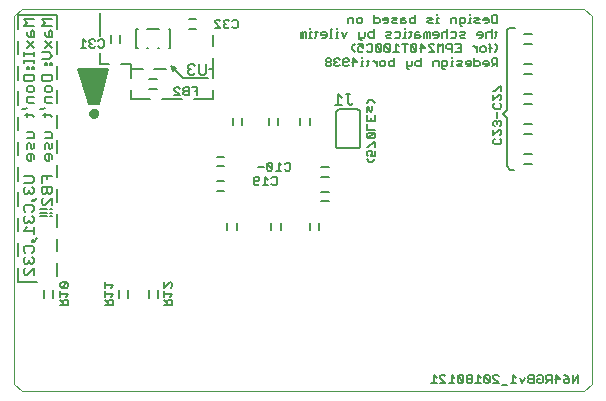
<source format=gbo>
G75*
%MOIN*%
%OFA0B0*%
%FSLAX25Y25*%
%IPPOS*%
%LPD*%
%AMOC8*
5,1,8,0,0,1.08239X$1,22.5*
%
%ADD10C,0.00000*%
%ADD11C,0.00500*%
%ADD12C,0.00600*%
%ADD13C,0.02000*%
D10*
X0007850Y0004100D02*
X0005350Y0006600D01*
X0005350Y0129100D01*
X0007850Y0131600D01*
X0195350Y0131600D01*
X0197850Y0129100D01*
X0197850Y0006600D01*
X0195350Y0004100D01*
X0007850Y0004100D01*
D11*
X0020600Y0032788D02*
X0023302Y0032788D01*
X0023302Y0034139D01*
X0022852Y0034589D01*
X0021951Y0034589D01*
X0021501Y0034139D01*
X0021501Y0032788D01*
X0021501Y0033688D02*
X0020600Y0034589D01*
X0020600Y0035734D02*
X0020600Y0037536D01*
X0020600Y0036635D02*
X0023302Y0036635D01*
X0022402Y0035734D01*
X0022852Y0038681D02*
X0021050Y0038681D01*
X0022852Y0040482D01*
X0021050Y0040482D01*
X0020600Y0040032D01*
X0020600Y0039131D01*
X0021050Y0038681D01*
X0022852Y0038681D02*
X0023302Y0039131D01*
X0023302Y0040032D01*
X0022852Y0040482D01*
X0035600Y0040482D02*
X0035600Y0038681D01*
X0035600Y0039581D02*
X0038302Y0039581D01*
X0037402Y0038681D01*
X0035600Y0037536D02*
X0035600Y0035734D01*
X0035600Y0036635D02*
X0038302Y0036635D01*
X0037402Y0035734D01*
X0037852Y0034589D02*
X0036951Y0034589D01*
X0036501Y0034139D01*
X0036501Y0032788D01*
X0036501Y0033688D02*
X0035600Y0034589D01*
X0037852Y0034589D02*
X0038302Y0034139D01*
X0038302Y0032788D01*
X0035600Y0032788D01*
X0055287Y0032788D02*
X0057990Y0032788D01*
X0057990Y0034139D01*
X0057539Y0034589D01*
X0056639Y0034589D01*
X0056188Y0034139D01*
X0056188Y0032788D01*
X0056188Y0033688D02*
X0055287Y0034589D01*
X0055287Y0035734D02*
X0055287Y0037536D01*
X0055287Y0036635D02*
X0057990Y0036635D01*
X0057089Y0035734D01*
X0057539Y0038681D02*
X0057990Y0039131D01*
X0057990Y0040032D01*
X0057539Y0040482D01*
X0057089Y0040482D01*
X0055287Y0038681D01*
X0055287Y0040482D01*
X0085579Y0072850D02*
X0085129Y0073300D01*
X0085129Y0075102D01*
X0085579Y0075552D01*
X0086480Y0075552D01*
X0086930Y0075102D01*
X0086930Y0074652D01*
X0086480Y0074201D01*
X0085129Y0074201D01*
X0085579Y0072850D02*
X0086480Y0072850D01*
X0086930Y0073300D01*
X0088075Y0072850D02*
X0089877Y0072850D01*
X0088976Y0072850D02*
X0088976Y0075552D01*
X0089877Y0074652D01*
X0091022Y0075102D02*
X0091472Y0075552D01*
X0092373Y0075552D01*
X0092823Y0075102D01*
X0092823Y0073300D01*
X0092373Y0072850D01*
X0091472Y0072850D01*
X0091022Y0073300D01*
X0090900Y0077650D02*
X0091350Y0078100D01*
X0089548Y0079902D01*
X0089548Y0078100D01*
X0089999Y0077650D01*
X0090900Y0077650D01*
X0091350Y0078100D02*
X0091350Y0079902D01*
X0090900Y0080352D01*
X0089999Y0080352D01*
X0089548Y0079902D01*
X0088403Y0079001D02*
X0086602Y0079001D01*
X0092495Y0077650D02*
X0094297Y0077650D01*
X0093396Y0077650D02*
X0093396Y0080352D01*
X0094297Y0079452D01*
X0095441Y0079902D02*
X0095892Y0080352D01*
X0096793Y0080352D01*
X0097243Y0079902D01*
X0097243Y0078100D01*
X0096793Y0077650D01*
X0095892Y0077650D01*
X0095441Y0078100D01*
X0122787Y0081501D02*
X0123688Y0080600D01*
X0124589Y0080600D01*
X0125490Y0081501D01*
X0125490Y0082564D02*
X0124139Y0082564D01*
X0124589Y0083465D01*
X0124589Y0083915D01*
X0124139Y0084366D01*
X0123238Y0084366D01*
X0122787Y0083915D01*
X0122787Y0083015D01*
X0123238Y0082564D01*
X0125490Y0082564D02*
X0125490Y0084366D01*
X0125490Y0085511D02*
X0125490Y0087312D01*
X0125039Y0087312D01*
X0123238Y0085511D01*
X0122787Y0085511D01*
X0123238Y0088457D02*
X0125039Y0090259D01*
X0123238Y0090259D01*
X0122787Y0089809D01*
X0122787Y0088908D01*
X0123238Y0088457D01*
X0125039Y0088457D01*
X0125490Y0088908D01*
X0125490Y0089809D01*
X0125039Y0090259D01*
X0125490Y0091404D02*
X0122787Y0091404D01*
X0122787Y0093205D01*
X0122787Y0094350D02*
X0122787Y0096152D01*
X0122787Y0097297D02*
X0122787Y0098648D01*
X0123238Y0099098D01*
X0123688Y0098648D01*
X0123688Y0097747D01*
X0124139Y0097297D01*
X0124589Y0097747D01*
X0124589Y0099098D01*
X0125490Y0100243D02*
X0124589Y0101144D01*
X0123688Y0101144D01*
X0122787Y0100243D01*
X0125490Y0096152D02*
X0125490Y0094350D01*
X0122787Y0094350D01*
X0124139Y0094350D02*
X0124139Y0095251D01*
X0136516Y0111574D02*
X0136966Y0111574D01*
X0136516Y0111574D02*
X0136065Y0112025D01*
X0136065Y0114277D01*
X0137867Y0114277D02*
X0137867Y0112925D01*
X0137417Y0112475D01*
X0136065Y0112475D01*
X0139012Y0112925D02*
X0139012Y0113826D01*
X0139462Y0114277D01*
X0140814Y0114277D01*
X0140814Y0115177D02*
X0140814Y0112475D01*
X0139462Y0112475D01*
X0139012Y0112925D01*
X0138890Y0117275D02*
X0137989Y0117275D01*
X0137539Y0117725D01*
X0137539Y0119527D01*
X0139340Y0117725D01*
X0138890Y0117275D01*
X0139340Y0117725D02*
X0139340Y0119527D01*
X0138890Y0119977D01*
X0137989Y0119977D01*
X0137539Y0119527D01*
X0136394Y0119977D02*
X0134592Y0119977D01*
X0135493Y0119977D02*
X0135493Y0117275D01*
X0133447Y0117275D02*
X0131646Y0117275D01*
X0132546Y0117275D02*
X0132546Y0119977D01*
X0133447Y0119077D01*
X0130501Y0119527D02*
X0130501Y0117725D01*
X0128699Y0119527D01*
X0128699Y0117725D01*
X0129150Y0117275D01*
X0130050Y0117275D01*
X0130501Y0117725D01*
X0130501Y0119527D02*
X0130050Y0119977D01*
X0129150Y0119977D01*
X0128699Y0119527D01*
X0127554Y0119527D02*
X0127554Y0117725D01*
X0125753Y0119527D01*
X0125753Y0117725D01*
X0126203Y0117275D01*
X0127104Y0117275D01*
X0127554Y0117725D01*
X0127554Y0119527D02*
X0127104Y0119977D01*
X0126203Y0119977D01*
X0125753Y0119527D01*
X0124608Y0119527D02*
X0124608Y0117725D01*
X0124157Y0117275D01*
X0123257Y0117275D01*
X0122806Y0117725D01*
X0121661Y0117725D02*
X0121211Y0117275D01*
X0120310Y0117275D01*
X0119860Y0117725D01*
X0119860Y0118626D01*
X0120310Y0119077D01*
X0120760Y0119077D01*
X0121661Y0118626D01*
X0121661Y0119977D01*
X0119860Y0119977D01*
X0118715Y0119977D02*
X0117814Y0119077D01*
X0117814Y0118176D01*
X0118715Y0117275D01*
X0118346Y0115177D02*
X0119697Y0113826D01*
X0117895Y0113826D01*
X0116750Y0114277D02*
X0116750Y0114727D01*
X0116300Y0115177D01*
X0115399Y0115177D01*
X0114949Y0114727D01*
X0114949Y0112925D01*
X0115399Y0112475D01*
X0116300Y0112475D01*
X0116750Y0112925D01*
X0116300Y0113826D02*
X0114949Y0113826D01*
X0116300Y0113826D02*
X0116750Y0114277D01*
X0118346Y0115177D02*
X0118346Y0112475D01*
X0120760Y0112475D02*
X0121661Y0112475D01*
X0121211Y0112475D02*
X0121211Y0114277D01*
X0121661Y0114277D01*
X0121211Y0115177D02*
X0121211Y0115628D01*
X0122725Y0114277D02*
X0123625Y0114277D01*
X0123175Y0114727D02*
X0123175Y0112925D01*
X0122725Y0112475D01*
X0124730Y0114277D02*
X0125180Y0114277D01*
X0126081Y0113376D01*
X0126081Y0112475D02*
X0126081Y0114277D01*
X0127226Y0113826D02*
X0127676Y0114277D01*
X0128577Y0114277D01*
X0129027Y0113826D01*
X0129027Y0112925D01*
X0128577Y0112475D01*
X0127676Y0112475D01*
X0127226Y0112925D01*
X0127226Y0113826D01*
X0130172Y0113826D02*
X0130172Y0112925D01*
X0130623Y0112475D01*
X0131974Y0112475D01*
X0131974Y0115177D01*
X0131974Y0114277D02*
X0130623Y0114277D01*
X0130172Y0113826D01*
X0124608Y0119527D02*
X0124157Y0119977D01*
X0123257Y0119977D01*
X0122806Y0119527D01*
X0121251Y0121174D02*
X0120801Y0121174D01*
X0120351Y0121625D01*
X0120351Y0123877D01*
X0122152Y0123877D02*
X0122152Y0122525D01*
X0121702Y0122075D01*
X0120351Y0122075D01*
X0123297Y0122525D02*
X0123297Y0123426D01*
X0123748Y0123877D01*
X0125099Y0123877D01*
X0125099Y0124777D02*
X0125099Y0122075D01*
X0123748Y0122075D01*
X0123297Y0122525D01*
X0125262Y0126875D02*
X0126613Y0126875D01*
X0127063Y0127325D01*
X0127063Y0128226D01*
X0126613Y0128677D01*
X0125262Y0128677D01*
X0125262Y0129577D02*
X0125262Y0126875D01*
X0128208Y0127776D02*
X0130010Y0127776D01*
X0130010Y0128226D02*
X0129559Y0128677D01*
X0128658Y0128677D01*
X0128208Y0128226D01*
X0128208Y0127776D01*
X0128658Y0126875D02*
X0129559Y0126875D01*
X0130010Y0127325D01*
X0130010Y0128226D01*
X0131155Y0128677D02*
X0132506Y0128677D01*
X0132956Y0128226D01*
X0132506Y0127776D01*
X0131605Y0127776D01*
X0131155Y0127325D01*
X0131605Y0126875D01*
X0132956Y0126875D01*
X0134101Y0126875D02*
X0135452Y0126875D01*
X0135903Y0127325D01*
X0135452Y0127776D01*
X0134101Y0127776D01*
X0134101Y0128226D02*
X0134101Y0126875D01*
X0134101Y0128226D02*
X0134552Y0128677D01*
X0135452Y0128677D01*
X0137048Y0128226D02*
X0137498Y0128677D01*
X0138849Y0128677D01*
X0138849Y0129577D02*
X0138849Y0126875D01*
X0137498Y0126875D01*
X0137048Y0127325D01*
X0137048Y0128226D01*
X0135452Y0125228D02*
X0135452Y0124777D01*
X0135452Y0123877D02*
X0135452Y0122075D01*
X0135002Y0122075D02*
X0135903Y0122075D01*
X0136966Y0122075D02*
X0137417Y0122525D01*
X0137417Y0124327D01*
X0137867Y0123877D02*
X0136966Y0123877D01*
X0135903Y0123877D02*
X0135452Y0123877D01*
X0133938Y0123426D02*
X0133938Y0122525D01*
X0133488Y0122075D01*
X0132137Y0122075D01*
X0130992Y0122075D02*
X0129641Y0122075D01*
X0129190Y0122525D01*
X0129641Y0122976D01*
X0130541Y0122976D01*
X0130992Y0123426D01*
X0130541Y0123877D01*
X0129190Y0123877D01*
X0132137Y0123877D02*
X0133488Y0123877D01*
X0133938Y0123426D01*
X0139012Y0123426D02*
X0139012Y0122075D01*
X0140363Y0122075D01*
X0140814Y0122525D01*
X0140363Y0122976D01*
X0139012Y0122976D01*
X0139012Y0123426D02*
X0139462Y0123877D01*
X0140363Y0123877D01*
X0141958Y0123426D02*
X0141958Y0122075D01*
X0142859Y0122075D02*
X0142859Y0123426D01*
X0142409Y0123877D01*
X0141958Y0123426D01*
X0142859Y0123426D02*
X0143310Y0123877D01*
X0143760Y0123877D01*
X0143760Y0122075D01*
X0144905Y0122976D02*
X0144905Y0123426D01*
X0145355Y0123877D01*
X0146256Y0123877D01*
X0146707Y0123426D01*
X0146707Y0122525D01*
X0146256Y0122075D01*
X0145355Y0122075D01*
X0144905Y0122976D02*
X0146707Y0122976D01*
X0147852Y0123426D02*
X0147852Y0122075D01*
X0147852Y0123426D02*
X0148302Y0123877D01*
X0149203Y0123877D01*
X0149653Y0123426D01*
X0150798Y0123877D02*
X0152149Y0123877D01*
X0152600Y0123426D01*
X0152600Y0122525D01*
X0152149Y0122075D01*
X0150798Y0122075D01*
X0149653Y0122075D02*
X0149653Y0124777D01*
X0150798Y0126875D02*
X0150798Y0128226D01*
X0151248Y0128677D01*
X0152600Y0128677D01*
X0152600Y0126875D01*
X0153745Y0126875D02*
X0155096Y0126875D01*
X0155546Y0127325D01*
X0155546Y0128226D01*
X0155096Y0128677D01*
X0153745Y0128677D01*
X0153745Y0126425D01*
X0154195Y0125974D01*
X0154645Y0125974D01*
X0156610Y0126875D02*
X0157510Y0126875D01*
X0157060Y0126875D02*
X0157060Y0128677D01*
X0157510Y0128677D01*
X0157060Y0129577D02*
X0157060Y0130028D01*
X0158655Y0128677D02*
X0160007Y0128677D01*
X0160457Y0128226D01*
X0160007Y0127776D01*
X0159106Y0127776D01*
X0158655Y0127325D01*
X0159106Y0126875D01*
X0160457Y0126875D01*
X0161602Y0127776D02*
X0163403Y0127776D01*
X0163403Y0128226D02*
X0162953Y0128677D01*
X0162052Y0128677D01*
X0161602Y0128226D01*
X0161602Y0127776D01*
X0162052Y0126875D02*
X0162953Y0126875D01*
X0163403Y0127325D01*
X0163403Y0128226D01*
X0164548Y0127325D02*
X0164548Y0129127D01*
X0164999Y0129577D01*
X0166350Y0129577D01*
X0166350Y0126875D01*
X0164999Y0126875D01*
X0164548Y0127325D01*
X0164386Y0124777D02*
X0164386Y0122075D01*
X0165449Y0122075D02*
X0165900Y0122525D01*
X0165900Y0124327D01*
X0166350Y0123877D02*
X0165449Y0123877D01*
X0164386Y0123426D02*
X0163935Y0123877D01*
X0163035Y0123877D01*
X0162584Y0123426D01*
X0162584Y0122075D01*
X0161439Y0122525D02*
X0161439Y0123426D01*
X0160989Y0123877D01*
X0160088Y0123877D01*
X0159638Y0123426D01*
X0159638Y0122976D01*
X0161439Y0122976D01*
X0161439Y0122525D02*
X0160989Y0122075D01*
X0160088Y0122075D01*
X0159475Y0119077D02*
X0159475Y0117275D01*
X0159475Y0118176D02*
X0158574Y0119077D01*
X0158124Y0119077D01*
X0160620Y0118626D02*
X0161070Y0119077D01*
X0161971Y0119077D01*
X0162421Y0118626D01*
X0162421Y0117725D01*
X0161971Y0117275D01*
X0161070Y0117275D01*
X0160620Y0117725D01*
X0160620Y0118626D01*
X0163485Y0118626D02*
X0164386Y0118626D01*
X0163935Y0119527D02*
X0163935Y0117275D01*
X0165449Y0117275D02*
X0166350Y0118176D01*
X0166350Y0119077D01*
X0165449Y0119977D01*
X0163935Y0119527D02*
X0163485Y0119977D01*
X0164999Y0115177D02*
X0164548Y0114727D01*
X0164548Y0113826D01*
X0164999Y0113376D01*
X0166350Y0113376D01*
X0165449Y0113376D02*
X0164548Y0112475D01*
X0163403Y0112925D02*
X0163403Y0113826D01*
X0162953Y0114277D01*
X0162052Y0114277D01*
X0161602Y0113826D01*
X0161602Y0113376D01*
X0163403Y0113376D01*
X0163403Y0112925D02*
X0162953Y0112475D01*
X0162052Y0112475D01*
X0160457Y0112925D02*
X0160457Y0113826D01*
X0160007Y0114277D01*
X0158655Y0114277D01*
X0158655Y0115177D02*
X0158655Y0112475D01*
X0160007Y0112475D01*
X0160457Y0112925D01*
X0157510Y0112925D02*
X0157510Y0113826D01*
X0157060Y0114277D01*
X0156159Y0114277D01*
X0155709Y0113826D01*
X0155709Y0113376D01*
X0157510Y0113376D01*
X0157510Y0112925D02*
X0157060Y0112475D01*
X0156159Y0112475D01*
X0154564Y0112475D02*
X0153213Y0112475D01*
X0152762Y0112925D01*
X0153213Y0113376D01*
X0154114Y0113376D01*
X0154564Y0113826D01*
X0154114Y0114277D01*
X0152762Y0114277D01*
X0151617Y0114277D02*
X0151167Y0114277D01*
X0151167Y0112475D01*
X0151617Y0112475D02*
X0150717Y0112475D01*
X0149653Y0112925D02*
X0149653Y0113826D01*
X0149203Y0114277D01*
X0147852Y0114277D01*
X0147852Y0112025D01*
X0148302Y0111574D01*
X0148752Y0111574D01*
X0149203Y0112475D02*
X0147852Y0112475D01*
X0146707Y0112475D02*
X0146707Y0114277D01*
X0145355Y0114277D01*
X0144905Y0113826D01*
X0144905Y0112475D01*
X0149203Y0112475D02*
X0149653Y0112925D01*
X0151167Y0115177D02*
X0151167Y0115628D01*
X0151126Y0117275D02*
X0151126Y0119977D01*
X0149775Y0119977D01*
X0149325Y0119527D01*
X0149325Y0118626D01*
X0149775Y0118176D01*
X0151126Y0118176D01*
X0152271Y0117275D02*
X0154073Y0117275D01*
X0154073Y0119977D01*
X0152271Y0119977D01*
X0153172Y0118626D02*
X0154073Y0118626D01*
X0154195Y0122075D02*
X0153745Y0122525D01*
X0154195Y0122976D01*
X0155096Y0122976D01*
X0155546Y0123426D01*
X0155096Y0123877D01*
X0153745Y0123877D01*
X0154195Y0122075D02*
X0155546Y0122075D01*
X0148180Y0119977D02*
X0148180Y0117275D01*
X0146378Y0117275D02*
X0146378Y0119977D01*
X0147279Y0119077D01*
X0148180Y0119977D01*
X0145233Y0119527D02*
X0144783Y0119977D01*
X0143882Y0119977D01*
X0143432Y0119527D01*
X0143432Y0119077D01*
X0145233Y0117275D01*
X0143432Y0117275D01*
X0142287Y0118626D02*
X0140485Y0118626D01*
X0140936Y0117275D02*
X0140936Y0119977D01*
X0142287Y0118626D01*
X0143391Y0126875D02*
X0142941Y0127325D01*
X0143391Y0127776D01*
X0144292Y0127776D01*
X0144742Y0128226D01*
X0144292Y0128677D01*
X0142941Y0128677D01*
X0146256Y0128677D02*
X0146256Y0126875D01*
X0145806Y0126875D02*
X0146707Y0126875D01*
X0144742Y0126875D02*
X0143391Y0126875D01*
X0146256Y0128677D02*
X0146707Y0128677D01*
X0146256Y0129577D02*
X0146256Y0130028D01*
X0164999Y0115177D02*
X0166350Y0115177D01*
X0166350Y0112475D01*
X0167189Y0106018D02*
X0165388Y0104216D01*
X0164938Y0104216D01*
X0164938Y0103071D02*
X0164938Y0101270D01*
X0166739Y0103071D01*
X0167189Y0103071D01*
X0167640Y0102621D01*
X0167640Y0101720D01*
X0167189Y0101270D01*
X0167189Y0100125D02*
X0167640Y0099674D01*
X0167640Y0098774D01*
X0167189Y0098323D01*
X0165388Y0098323D01*
X0164938Y0098774D01*
X0164938Y0099674D01*
X0165388Y0100125D01*
X0166289Y0097178D02*
X0166289Y0095377D01*
X0166739Y0094232D02*
X0166289Y0093781D01*
X0165838Y0094232D01*
X0165388Y0094232D01*
X0164938Y0093781D01*
X0164938Y0092881D01*
X0165388Y0092430D01*
X0164938Y0091285D02*
X0164938Y0089484D01*
X0166739Y0091285D01*
X0167189Y0091285D01*
X0167640Y0090835D01*
X0167640Y0089934D01*
X0167189Y0089484D01*
X0167189Y0088339D02*
X0167640Y0087888D01*
X0167640Y0086988D01*
X0167189Y0086537D01*
X0165388Y0086537D01*
X0164938Y0086988D01*
X0164938Y0087888D01*
X0165388Y0088339D01*
X0167189Y0092430D02*
X0167640Y0092881D01*
X0167640Y0093781D01*
X0167189Y0094232D01*
X0166739Y0094232D01*
X0166289Y0093781D02*
X0166289Y0093331D01*
X0167640Y0104216D02*
X0167640Y0106018D01*
X0167189Y0106018D01*
X0121170Y0127325D02*
X0120720Y0126875D01*
X0119819Y0126875D01*
X0119369Y0127325D01*
X0119369Y0128226D01*
X0119819Y0128677D01*
X0120720Y0128677D01*
X0121170Y0128226D01*
X0121170Y0127325D01*
X0118224Y0126875D02*
X0118224Y0128677D01*
X0116872Y0128677D01*
X0116422Y0128226D01*
X0116422Y0126875D01*
X0116259Y0123877D02*
X0115358Y0122075D01*
X0114458Y0123877D01*
X0113313Y0123877D02*
X0112862Y0123877D01*
X0112862Y0122075D01*
X0112412Y0122075D02*
X0113313Y0122075D01*
X0111348Y0122075D02*
X0110448Y0122075D01*
X0110898Y0122075D02*
X0110898Y0124777D01*
X0111348Y0124777D01*
X0112862Y0124777D02*
X0112862Y0125228D01*
X0109384Y0123426D02*
X0109384Y0122525D01*
X0108934Y0122075D01*
X0108033Y0122075D01*
X0107582Y0122976D02*
X0109384Y0122976D01*
X0109384Y0123426D02*
X0108934Y0123877D01*
X0108033Y0123877D01*
X0107582Y0123426D01*
X0107582Y0122976D01*
X0106437Y0123877D02*
X0105537Y0123877D01*
X0105987Y0124327D02*
X0105987Y0122525D01*
X0105537Y0122075D01*
X0104473Y0122075D02*
X0103572Y0122075D01*
X0104023Y0122075D02*
X0104023Y0123877D01*
X0104473Y0123877D01*
X0104023Y0124777D02*
X0104023Y0125228D01*
X0102509Y0123877D02*
X0102058Y0123877D01*
X0101608Y0123426D01*
X0101158Y0123877D01*
X0100707Y0123426D01*
X0100707Y0122075D01*
X0101608Y0122075D02*
X0101608Y0123426D01*
X0102509Y0123877D02*
X0102509Y0122075D01*
X0109506Y0115177D02*
X0109056Y0114727D01*
X0109056Y0114277D01*
X0109506Y0113826D01*
X0110407Y0113826D01*
X0110857Y0114277D01*
X0110857Y0114727D01*
X0110407Y0115177D01*
X0109506Y0115177D01*
X0109506Y0113826D02*
X0109056Y0113376D01*
X0109056Y0112925D01*
X0109506Y0112475D01*
X0110407Y0112475D01*
X0110857Y0112925D01*
X0110857Y0113376D01*
X0110407Y0113826D01*
X0112002Y0113376D02*
X0112002Y0112925D01*
X0112453Y0112475D01*
X0113353Y0112475D01*
X0113804Y0112925D01*
X0112903Y0113826D02*
X0112453Y0113826D01*
X0112002Y0113376D01*
X0112453Y0113826D02*
X0112002Y0114277D01*
X0112002Y0114727D01*
X0112453Y0115177D01*
X0113353Y0115177D01*
X0113804Y0114727D01*
X0079788Y0125738D02*
X0079337Y0125287D01*
X0078436Y0125287D01*
X0077986Y0125738D01*
X0076841Y0125738D02*
X0076391Y0125287D01*
X0075490Y0125287D01*
X0075039Y0125738D01*
X0075039Y0126188D01*
X0075490Y0126639D01*
X0075940Y0126639D01*
X0075490Y0126639D02*
X0075039Y0127089D01*
X0075039Y0127539D01*
X0075490Y0127990D01*
X0076391Y0127990D01*
X0076841Y0127539D01*
X0077986Y0127539D02*
X0078436Y0127990D01*
X0079337Y0127990D01*
X0079788Y0127539D01*
X0079788Y0125738D01*
X0073894Y0125287D02*
X0072093Y0127089D01*
X0072093Y0127539D01*
X0072543Y0127990D01*
X0073444Y0127990D01*
X0073894Y0127539D01*
X0073894Y0125287D02*
X0072093Y0125287D01*
X0066350Y0105490D02*
X0064548Y0105490D01*
X0063403Y0105490D02*
X0062052Y0105490D01*
X0061602Y0105039D01*
X0061602Y0104589D01*
X0062052Y0104139D01*
X0063403Y0104139D01*
X0062052Y0104139D02*
X0061602Y0103688D01*
X0061602Y0103238D01*
X0062052Y0102787D01*
X0063403Y0102787D01*
X0063403Y0105490D01*
X0065449Y0104139D02*
X0066350Y0104139D01*
X0066350Y0105490D02*
X0066350Y0102787D01*
X0060457Y0102787D02*
X0058655Y0104589D01*
X0058655Y0105039D01*
X0059106Y0105490D01*
X0060007Y0105490D01*
X0060457Y0105039D01*
X0060457Y0102787D02*
X0058655Y0102787D01*
X0035100Y0119175D02*
X0034650Y0118725D01*
X0033749Y0118725D01*
X0033298Y0119175D01*
X0032153Y0119175D02*
X0031703Y0118725D01*
X0030802Y0118725D01*
X0030352Y0119175D01*
X0030352Y0119626D01*
X0030802Y0120076D01*
X0031253Y0120076D01*
X0030802Y0120076D02*
X0030352Y0120527D01*
X0030352Y0120977D01*
X0030802Y0121427D01*
X0031703Y0121427D01*
X0032153Y0120977D01*
X0033298Y0120977D02*
X0033749Y0121427D01*
X0034650Y0121427D01*
X0035100Y0120977D01*
X0035100Y0119175D01*
X0029207Y0118725D02*
X0027405Y0118725D01*
X0028306Y0118725D02*
X0028306Y0121427D01*
X0029207Y0120527D01*
X0145180Y0009552D02*
X0145180Y0006850D01*
X0146081Y0006850D02*
X0144279Y0006850D01*
X0147226Y0006850D02*
X0149027Y0006850D01*
X0147226Y0008652D01*
X0147226Y0009102D01*
X0147676Y0009552D01*
X0148577Y0009552D01*
X0149027Y0009102D01*
X0151073Y0009552D02*
X0151073Y0006850D01*
X0151974Y0006850D02*
X0150172Y0006850D01*
X0151974Y0008652D02*
X0151073Y0009552D01*
X0153119Y0009102D02*
X0153119Y0007300D01*
X0153569Y0006850D01*
X0154470Y0006850D01*
X0154920Y0007300D01*
X0153119Y0009102D01*
X0153569Y0009552D01*
X0154470Y0009552D01*
X0154920Y0009102D01*
X0154920Y0007300D01*
X0156065Y0007300D02*
X0156516Y0006850D01*
X0157416Y0006850D01*
X0157867Y0007300D01*
X0157867Y0007751D01*
X0157416Y0008201D01*
X0156516Y0008201D01*
X0156065Y0007751D01*
X0156065Y0007300D01*
X0156516Y0008201D02*
X0156065Y0008652D01*
X0156065Y0009102D01*
X0156516Y0009552D01*
X0157416Y0009552D01*
X0157867Y0009102D01*
X0157867Y0008652D01*
X0157416Y0008201D01*
X0159012Y0006850D02*
X0160813Y0006850D01*
X0159913Y0006850D02*
X0159913Y0009552D01*
X0160813Y0008652D01*
X0161958Y0009102D02*
X0163760Y0007300D01*
X0163309Y0006850D01*
X0162409Y0006850D01*
X0161958Y0007300D01*
X0161958Y0009102D01*
X0162409Y0009552D01*
X0163309Y0009552D01*
X0163760Y0009102D01*
X0163760Y0007300D01*
X0164905Y0006850D02*
X0166706Y0006850D01*
X0164905Y0008652D01*
X0164905Y0009102D01*
X0165355Y0009552D01*
X0166256Y0009552D01*
X0166706Y0009102D01*
X0167851Y0006400D02*
X0169653Y0006400D01*
X0170798Y0006850D02*
X0172599Y0006850D01*
X0171699Y0006850D02*
X0171699Y0009552D01*
X0172599Y0008652D01*
X0173744Y0008652D02*
X0174645Y0006850D01*
X0175546Y0008652D01*
X0176691Y0008652D02*
X0177141Y0008201D01*
X0178492Y0008201D01*
X0179637Y0008201D02*
X0180538Y0008201D01*
X0179637Y0008201D02*
X0179637Y0007300D01*
X0180088Y0006850D01*
X0180989Y0006850D01*
X0181439Y0007300D01*
X0181439Y0009102D01*
X0180989Y0009552D01*
X0180088Y0009552D01*
X0179637Y0009102D01*
X0178492Y0009552D02*
X0177141Y0009552D01*
X0176691Y0009102D01*
X0176691Y0008652D01*
X0177141Y0008201D02*
X0176691Y0007751D01*
X0176691Y0007300D01*
X0177141Y0006850D01*
X0178492Y0006850D01*
X0178492Y0009552D01*
X0182584Y0009102D02*
X0182584Y0008201D01*
X0183034Y0007751D01*
X0184385Y0007751D01*
X0183485Y0007751D02*
X0182584Y0006850D01*
X0184385Y0006850D02*
X0184385Y0009552D01*
X0183034Y0009552D01*
X0182584Y0009102D01*
X0185530Y0008201D02*
X0187332Y0008201D01*
X0185981Y0009552D01*
X0185981Y0006850D01*
X0188477Y0007300D02*
X0188477Y0007751D01*
X0188927Y0008201D01*
X0190278Y0008201D01*
X0190278Y0007300D01*
X0189828Y0006850D01*
X0188927Y0006850D01*
X0188477Y0007300D01*
X0190278Y0008201D02*
X0189378Y0009102D01*
X0188477Y0009552D01*
X0191423Y0009552D02*
X0191423Y0006850D01*
X0193225Y0009552D01*
X0193225Y0006850D01*
X0146081Y0008652D02*
X0145180Y0009552D01*
D12*
X0106912Y0057850D02*
X0106912Y0060350D01*
X0103787Y0060350D02*
X0103787Y0057850D01*
X0094100Y0057850D02*
X0094100Y0060350D01*
X0090975Y0060350D02*
X0090975Y0057850D01*
X0079413Y0057850D02*
X0079413Y0060350D01*
X0076288Y0060350D02*
X0076288Y0057850D01*
X0075350Y0070975D02*
X0072850Y0070975D01*
X0072850Y0074100D02*
X0075350Y0074100D01*
X0075350Y0079100D02*
X0072850Y0079100D01*
X0072850Y0082225D02*
X0075350Y0082225D01*
X0078163Y0092850D02*
X0078163Y0095350D01*
X0081288Y0095350D02*
X0081288Y0092850D01*
X0090037Y0092850D02*
X0090037Y0095350D01*
X0093162Y0095350D02*
X0093162Y0092850D01*
X0100662Y0092850D02*
X0100662Y0095350D01*
X0103787Y0095350D02*
X0103787Y0092850D01*
X0112600Y0097100D02*
X0112600Y0086100D01*
X0112602Y0086040D01*
X0112607Y0085979D01*
X0112616Y0085920D01*
X0112629Y0085861D01*
X0112645Y0085802D01*
X0112665Y0085745D01*
X0112688Y0085690D01*
X0112715Y0085635D01*
X0112744Y0085583D01*
X0112777Y0085532D01*
X0112813Y0085483D01*
X0112851Y0085437D01*
X0112893Y0085393D01*
X0112937Y0085351D01*
X0112983Y0085313D01*
X0113032Y0085277D01*
X0113083Y0085244D01*
X0113135Y0085215D01*
X0113190Y0085188D01*
X0113245Y0085165D01*
X0113302Y0085145D01*
X0113361Y0085129D01*
X0113420Y0085116D01*
X0113479Y0085107D01*
X0113540Y0085102D01*
X0113600Y0085100D01*
X0119600Y0085100D01*
X0119660Y0085102D01*
X0119721Y0085107D01*
X0119780Y0085116D01*
X0119839Y0085129D01*
X0119898Y0085145D01*
X0119955Y0085165D01*
X0120010Y0085188D01*
X0120065Y0085215D01*
X0120117Y0085244D01*
X0120168Y0085277D01*
X0120217Y0085313D01*
X0120263Y0085351D01*
X0120307Y0085393D01*
X0120349Y0085437D01*
X0120387Y0085483D01*
X0120423Y0085532D01*
X0120456Y0085583D01*
X0120485Y0085635D01*
X0120512Y0085690D01*
X0120535Y0085745D01*
X0120555Y0085802D01*
X0120571Y0085861D01*
X0120584Y0085920D01*
X0120593Y0085979D01*
X0120598Y0086040D01*
X0120600Y0086100D01*
X0120600Y0097100D01*
X0120598Y0097160D01*
X0120593Y0097221D01*
X0120584Y0097280D01*
X0120571Y0097339D01*
X0120555Y0097398D01*
X0120535Y0097455D01*
X0120512Y0097510D01*
X0120485Y0097565D01*
X0120456Y0097617D01*
X0120423Y0097668D01*
X0120387Y0097717D01*
X0120349Y0097763D01*
X0120307Y0097807D01*
X0120263Y0097849D01*
X0120217Y0097887D01*
X0120168Y0097923D01*
X0120117Y0097956D01*
X0120065Y0097985D01*
X0120010Y0098012D01*
X0119955Y0098035D01*
X0119898Y0098055D01*
X0119839Y0098071D01*
X0119780Y0098084D01*
X0119721Y0098093D01*
X0119660Y0098098D01*
X0119600Y0098100D01*
X0113600Y0098100D01*
X0113540Y0098098D01*
X0113479Y0098093D01*
X0113420Y0098084D01*
X0113361Y0098071D01*
X0113302Y0098055D01*
X0113245Y0098035D01*
X0113190Y0098012D01*
X0113135Y0097985D01*
X0113083Y0097956D01*
X0113032Y0097923D01*
X0112983Y0097887D01*
X0112937Y0097849D01*
X0112893Y0097807D01*
X0112851Y0097763D01*
X0112813Y0097717D01*
X0112777Y0097668D01*
X0112744Y0097617D01*
X0112715Y0097565D01*
X0112688Y0097510D01*
X0112665Y0097455D01*
X0112645Y0097398D01*
X0112629Y0097339D01*
X0112616Y0097280D01*
X0112607Y0097221D01*
X0112602Y0097160D01*
X0112600Y0097100D01*
X0112223Y0099712D02*
X0114492Y0099712D01*
X0113358Y0099712D02*
X0113358Y0103115D01*
X0114492Y0101981D01*
X0115906Y0103115D02*
X0117041Y0103115D01*
X0116474Y0103115D02*
X0116474Y0100280D01*
X0117041Y0099712D01*
X0117608Y0099712D01*
X0118175Y0100280D01*
X0110037Y0078788D02*
X0107537Y0078788D01*
X0107537Y0075663D02*
X0110037Y0075663D01*
X0110037Y0070663D02*
X0107537Y0070663D01*
X0107537Y0067538D02*
X0110037Y0067538D01*
X0071600Y0101600D02*
X0065058Y0101600D01*
X0061121Y0101600D02*
X0054579Y0101600D01*
X0050642Y0101600D02*
X0044100Y0101600D01*
X0044100Y0104631D01*
X0044100Y0108569D02*
X0044100Y0111600D01*
X0048069Y0111600D01*
X0052006Y0111600D02*
X0055975Y0111600D01*
X0057537Y0112537D02*
X0059100Y0111912D01*
X0058162Y0110975D02*
X0057537Y0112537D01*
X0061600Y0108475D01*
X0069725Y0108475D01*
X0068545Y0109712D02*
X0067411Y0109712D01*
X0066844Y0110280D01*
X0066844Y0113115D01*
X0065429Y0112548D02*
X0064862Y0113115D01*
X0063728Y0113115D01*
X0063161Y0112548D01*
X0063161Y0111981D01*
X0063728Y0111414D01*
X0063161Y0110847D01*
X0063161Y0110280D01*
X0063728Y0109712D01*
X0064862Y0109712D01*
X0065429Y0110280D01*
X0064295Y0111414D02*
X0063728Y0111414D01*
X0068545Y0109712D02*
X0069113Y0110280D01*
X0069113Y0113115D01*
X0070038Y0111600D02*
X0071600Y0111600D01*
X0071600Y0115256D01*
X0071600Y0111600D02*
X0071600Y0108569D01*
X0071600Y0104631D02*
X0071600Y0101600D01*
X0052850Y0105037D02*
X0050350Y0105037D01*
X0050350Y0108162D02*
X0052850Y0108162D01*
X0044100Y0111600D02*
X0044100Y0113162D01*
X0040912Y0113162D01*
X0036975Y0113162D02*
X0033788Y0113162D01*
X0033788Y0116912D01*
X0037538Y0120350D02*
X0037538Y0122850D01*
X0040663Y0122850D02*
X0040663Y0120350D01*
X0046002Y0118411D02*
X0046372Y0118411D01*
X0046002Y0118411D02*
X0046002Y0124789D01*
X0046372Y0124789D01*
X0049545Y0124789D02*
X0053655Y0124789D01*
X0056828Y0124789D02*
X0057198Y0124789D01*
X0057198Y0118411D01*
X0056828Y0118411D01*
X0053655Y0118411D02*
X0053285Y0118411D01*
X0049915Y0118411D02*
X0049545Y0118411D01*
X0036600Y0111600D02*
X0033475Y0100037D01*
X0030350Y0100037D01*
X0026600Y0111600D01*
X0036600Y0111600D01*
X0036472Y0111128D02*
X0026753Y0111128D01*
X0026947Y0110529D02*
X0036311Y0110529D01*
X0036149Y0109931D02*
X0027141Y0109931D01*
X0027336Y0109332D02*
X0035987Y0109332D01*
X0035825Y0108734D02*
X0027530Y0108734D01*
X0027724Y0108135D02*
X0035664Y0108135D01*
X0035502Y0107537D02*
X0027918Y0107537D01*
X0028112Y0106938D02*
X0035340Y0106938D01*
X0035178Y0106339D02*
X0028306Y0106339D01*
X0028500Y0105741D02*
X0035016Y0105741D01*
X0034855Y0105142D02*
X0028694Y0105142D01*
X0028888Y0104544D02*
X0034693Y0104544D01*
X0034531Y0103945D02*
X0029083Y0103945D01*
X0029277Y0103347D02*
X0034369Y0103347D01*
X0034208Y0102748D02*
X0029471Y0102748D01*
X0029665Y0102150D02*
X0034046Y0102150D01*
X0033884Y0101551D02*
X0029859Y0101551D01*
X0030053Y0100953D02*
X0033722Y0100953D01*
X0033561Y0100354D02*
X0030247Y0100354D01*
X0019413Y0100128D02*
X0019413Y0104418D01*
X0017863Y0104353D02*
X0017863Y0105487D01*
X0017295Y0106054D01*
X0016161Y0106054D01*
X0015594Y0105487D01*
X0015594Y0104353D01*
X0016161Y0103786D01*
X0017295Y0103786D01*
X0017863Y0104353D01*
X0017863Y0102371D02*
X0015594Y0102371D01*
X0015594Y0100670D01*
X0016161Y0100103D01*
X0017863Y0100103D01*
X0015594Y0098688D02*
X0015027Y0098121D01*
X0013892Y0098121D01*
X0015594Y0096846D02*
X0015594Y0095712D01*
X0015027Y0096279D02*
X0017295Y0096279D01*
X0017863Y0095712D01*
X0019413Y0096191D02*
X0019413Y0091901D01*
X0017863Y0090141D02*
X0017863Y0088439D01*
X0015594Y0088439D01*
X0016161Y0087025D02*
X0015594Y0086458D01*
X0015594Y0084756D01*
X0016728Y0085323D02*
X0016728Y0086458D01*
X0016161Y0087025D01*
X0017863Y0087025D02*
X0017863Y0085323D01*
X0017295Y0084756D01*
X0016728Y0085323D01*
X0016728Y0083342D02*
X0016728Y0081073D01*
X0016161Y0081073D01*
X0015594Y0081640D01*
X0015594Y0082774D01*
X0016161Y0083342D01*
X0017295Y0083342D01*
X0017863Y0082774D01*
X0017863Y0081640D01*
X0019413Y0083674D02*
X0019413Y0087964D01*
X0017863Y0090141D02*
X0017295Y0090708D01*
X0015594Y0090708D01*
X0011862Y0090141D02*
X0011862Y0088439D01*
X0009594Y0088439D01*
X0010161Y0087025D02*
X0009594Y0086458D01*
X0009594Y0084756D01*
X0010728Y0085323D02*
X0010728Y0086458D01*
X0010161Y0087025D01*
X0011862Y0087025D02*
X0011862Y0085323D01*
X0011295Y0084756D01*
X0010728Y0085323D01*
X0010728Y0083342D02*
X0010728Y0081073D01*
X0010161Y0081073D01*
X0009594Y0081640D01*
X0009594Y0082774D01*
X0010161Y0083342D01*
X0011295Y0083342D01*
X0011862Y0082774D01*
X0011862Y0081640D01*
X0006600Y0082793D02*
X0006600Y0087282D01*
X0009594Y0090708D02*
X0011295Y0090708D01*
X0011862Y0090141D01*
X0006600Y0091219D02*
X0006600Y0095708D01*
X0009027Y0096279D02*
X0011295Y0096279D01*
X0011862Y0095712D01*
X0009594Y0095712D02*
X0009594Y0096846D01*
X0009027Y0098121D02*
X0009594Y0098688D01*
X0009027Y0098121D02*
X0007892Y0098121D01*
X0006600Y0099645D02*
X0006600Y0104134D01*
X0009594Y0104353D02*
X0009594Y0105487D01*
X0010161Y0106054D01*
X0011295Y0106054D01*
X0011862Y0105487D01*
X0011862Y0104353D01*
X0011295Y0103786D01*
X0010161Y0103786D01*
X0009594Y0104353D01*
X0009594Y0102371D02*
X0009594Y0100670D01*
X0010161Y0100103D01*
X0011862Y0100103D01*
X0011862Y0102371D02*
X0009594Y0102371D01*
X0009027Y0107469D02*
X0008460Y0108036D01*
X0008460Y0109737D01*
X0011862Y0109737D01*
X0011862Y0108036D01*
X0011295Y0107469D01*
X0009027Y0107469D01*
X0006600Y0108071D02*
X0006600Y0112560D01*
X0008460Y0113536D02*
X0008460Y0114670D01*
X0008460Y0114103D02*
X0011862Y0114103D01*
X0011862Y0114670D02*
X0011862Y0113536D01*
X0011862Y0112215D02*
X0011295Y0112215D01*
X0011295Y0111648D01*
X0011862Y0111648D01*
X0011862Y0112215D01*
X0010161Y0112215D02*
X0009594Y0112215D01*
X0009594Y0111648D01*
X0010161Y0111648D01*
X0010161Y0112215D01*
X0008460Y0115991D02*
X0008460Y0117126D01*
X0008460Y0116558D02*
X0011862Y0116558D01*
X0011862Y0115991D02*
X0011862Y0117126D01*
X0011862Y0118540D02*
X0009594Y0120809D01*
X0010161Y0122223D02*
X0009594Y0122790D01*
X0009594Y0123925D01*
X0010728Y0123925D02*
X0010728Y0122223D01*
X0010161Y0122223D02*
X0011862Y0122223D01*
X0011862Y0123925D01*
X0011295Y0124492D01*
X0010728Y0123925D01*
X0011862Y0125906D02*
X0008460Y0125906D01*
X0009594Y0127041D01*
X0008460Y0128175D01*
X0011862Y0128175D01*
X0014460Y0128175D02*
X0015594Y0127041D01*
X0014460Y0125906D01*
X0017863Y0125906D01*
X0017295Y0124492D02*
X0016728Y0123925D01*
X0016728Y0122223D01*
X0016161Y0122223D02*
X0017863Y0122223D01*
X0017863Y0123925D01*
X0017295Y0124492D01*
X0015594Y0123925D02*
X0015594Y0122790D01*
X0016161Y0122223D01*
X0015594Y0120809D02*
X0017863Y0118540D01*
X0016728Y0117126D02*
X0014460Y0117126D01*
X0015594Y0118540D02*
X0017863Y0120809D01*
X0019413Y0120873D02*
X0019413Y0116583D01*
X0017863Y0115991D02*
X0016728Y0114857D01*
X0014460Y0114857D01*
X0015594Y0113442D02*
X0016161Y0113442D01*
X0016161Y0112875D01*
X0015594Y0112875D01*
X0015594Y0113442D01*
X0017295Y0113442D02*
X0017295Y0112875D01*
X0017863Y0112875D01*
X0017863Y0113442D01*
X0017295Y0113442D01*
X0019413Y0112646D02*
X0019413Y0108355D01*
X0017863Y0108036D02*
X0017295Y0107469D01*
X0015027Y0107469D01*
X0014460Y0108036D01*
X0014460Y0109737D01*
X0017863Y0109737D01*
X0017863Y0108036D01*
X0017863Y0115991D02*
X0016728Y0117126D01*
X0011862Y0120809D02*
X0009594Y0118540D01*
X0006600Y0116497D02*
X0006600Y0120986D01*
X0006600Y0124923D02*
X0006600Y0129412D01*
X0019413Y0129412D01*
X0019413Y0129100D01*
X0019413Y0124810D01*
X0017863Y0128175D02*
X0014460Y0128175D01*
X0033788Y0130350D02*
X0033788Y0122537D01*
X0063475Y0125037D02*
X0065975Y0125037D01*
X0065975Y0128162D02*
X0063475Y0128162D01*
X0071600Y0122850D02*
X0071600Y0119194D01*
X0019413Y0079737D02*
X0019413Y0075446D01*
X0017863Y0075975D02*
X0014460Y0075975D01*
X0014460Y0073707D01*
X0014460Y0072292D02*
X0014460Y0070591D01*
X0015027Y0070024D01*
X0015594Y0070024D01*
X0016161Y0070591D01*
X0016161Y0072292D01*
X0016161Y0070591D02*
X0016728Y0070024D01*
X0017295Y0070024D01*
X0017863Y0070591D01*
X0017863Y0072292D01*
X0014460Y0072292D01*
X0011862Y0071725D02*
X0011295Y0072292D01*
X0011862Y0071725D02*
X0011862Y0070591D01*
X0011295Y0070024D01*
X0010728Y0070024D01*
X0010161Y0070591D01*
X0010161Y0071158D01*
X0010161Y0070591D02*
X0009594Y0070024D01*
X0009027Y0070024D01*
X0008460Y0070591D01*
X0008460Y0071725D01*
X0009027Y0072292D01*
X0008460Y0073707D02*
X0011295Y0073707D01*
X0011862Y0074274D01*
X0011862Y0075408D01*
X0011295Y0075975D01*
X0008460Y0075975D01*
X0006600Y0074367D02*
X0006600Y0078856D01*
X0016161Y0075975D02*
X0016161Y0074841D01*
X0019413Y0071509D02*
X0019413Y0067219D01*
X0017863Y0066340D02*
X0017863Y0068609D01*
X0015594Y0066340D01*
X0015027Y0066340D01*
X0014460Y0066908D01*
X0014460Y0068042D01*
X0015027Y0068609D01*
X0012997Y0068609D02*
X0011862Y0067475D01*
X0011862Y0068042D01*
X0011295Y0068042D01*
X0011295Y0067475D01*
X0011862Y0067475D01*
X0011295Y0066154D02*
X0009027Y0066154D01*
X0008460Y0065586D01*
X0008460Y0064452D01*
X0009027Y0063885D01*
X0009027Y0062470D02*
X0008460Y0061903D01*
X0008460Y0060769D01*
X0009027Y0060202D01*
X0009594Y0060202D01*
X0010161Y0060769D01*
X0010728Y0060202D01*
X0011295Y0060202D01*
X0011862Y0060769D01*
X0011862Y0061903D01*
X0011295Y0062470D01*
X0011295Y0063885D02*
X0011862Y0064452D01*
X0011862Y0065586D01*
X0011295Y0066154D01*
X0013892Y0064926D02*
X0016161Y0064926D01*
X0017295Y0064926D02*
X0017863Y0064926D01*
X0017863Y0063698D02*
X0017295Y0063698D01*
X0016161Y0063698D02*
X0013892Y0063698D01*
X0013892Y0062470D02*
X0016161Y0062470D01*
X0017295Y0062470D02*
X0017863Y0062470D01*
X0019413Y0063282D02*
X0019413Y0058992D01*
X0019413Y0055055D02*
X0019413Y0050765D01*
X0019413Y0046828D02*
X0019413Y0042538D01*
X0018163Y0037850D02*
X0018163Y0035350D01*
X0015037Y0035350D02*
X0015037Y0037850D01*
X0012850Y0040663D02*
X0006600Y0040663D01*
X0006600Y0045152D01*
X0008460Y0044715D02*
X0008460Y0043581D01*
X0009027Y0043014D01*
X0009594Y0043014D01*
X0011862Y0045282D01*
X0011862Y0043014D01*
X0009027Y0045282D02*
X0008460Y0044715D01*
X0009027Y0046697D02*
X0009594Y0046697D01*
X0010161Y0047264D01*
X0010728Y0046697D01*
X0011295Y0046697D01*
X0011862Y0047264D01*
X0011862Y0048398D01*
X0011295Y0048966D01*
X0011295Y0050380D02*
X0011862Y0050947D01*
X0011862Y0052082D01*
X0011295Y0052649D01*
X0009027Y0052649D01*
X0008460Y0052082D01*
X0008460Y0050947D01*
X0009027Y0050380D01*
X0009027Y0048966D02*
X0008460Y0048398D01*
X0008460Y0047264D01*
X0009027Y0046697D01*
X0010161Y0047264D02*
X0010161Y0047831D01*
X0006600Y0049089D02*
X0006600Y0053578D01*
X0011295Y0053970D02*
X0011295Y0054537D01*
X0011862Y0054537D01*
X0011862Y0053970D01*
X0011295Y0053970D01*
X0011862Y0053970D02*
X0012997Y0055104D01*
X0011862Y0056519D02*
X0011862Y0058787D01*
X0011862Y0057653D02*
X0008460Y0057653D01*
X0009594Y0058787D01*
X0010161Y0060769D02*
X0010161Y0061336D01*
X0006600Y0062004D02*
X0006600Y0057515D01*
X0006600Y0065941D02*
X0006600Y0070430D01*
X0040038Y0037850D02*
X0040038Y0035350D01*
X0043162Y0035350D02*
X0043162Y0037850D01*
X0050037Y0037850D02*
X0050037Y0035350D01*
X0053162Y0035350D02*
X0053162Y0037850D01*
X0168163Y0096600D02*
X0169413Y0095350D01*
X0169413Y0079100D01*
X0170663Y0077850D01*
X0171913Y0077850D01*
X0175350Y0080038D02*
X0177850Y0080038D01*
X0177850Y0083163D02*
X0175350Y0083163D01*
X0175350Y0090037D02*
X0177850Y0090037D01*
X0177850Y0093162D02*
X0175350Y0093162D01*
X0169413Y0097850D02*
X0168163Y0096600D01*
X0169413Y0097850D02*
X0169413Y0124412D01*
X0170350Y0125350D01*
X0172225Y0125350D01*
X0175350Y0123162D02*
X0177850Y0123162D01*
X0177850Y0120037D02*
X0175350Y0120037D01*
X0175350Y0113162D02*
X0177850Y0113162D01*
X0177850Y0110037D02*
X0175350Y0110037D01*
X0175350Y0103162D02*
X0177850Y0103162D01*
X0177850Y0100037D02*
X0175350Y0100037D01*
D13*
X0031212Y0096600D02*
X0031214Y0096652D01*
X0031220Y0096704D01*
X0031230Y0096756D01*
X0031243Y0096806D01*
X0031260Y0096856D01*
X0031281Y0096904D01*
X0031306Y0096950D01*
X0031334Y0096994D01*
X0031365Y0097036D01*
X0031399Y0097076D01*
X0031436Y0097113D01*
X0031476Y0097147D01*
X0031518Y0097178D01*
X0031562Y0097206D01*
X0031608Y0097231D01*
X0031656Y0097252D01*
X0031706Y0097269D01*
X0031756Y0097282D01*
X0031808Y0097292D01*
X0031860Y0097298D01*
X0031912Y0097300D01*
X0031964Y0097298D01*
X0032016Y0097292D01*
X0032068Y0097282D01*
X0032118Y0097269D01*
X0032168Y0097252D01*
X0032216Y0097231D01*
X0032262Y0097206D01*
X0032306Y0097178D01*
X0032348Y0097147D01*
X0032388Y0097113D01*
X0032425Y0097076D01*
X0032459Y0097036D01*
X0032490Y0096994D01*
X0032518Y0096950D01*
X0032543Y0096904D01*
X0032564Y0096856D01*
X0032581Y0096806D01*
X0032594Y0096756D01*
X0032604Y0096704D01*
X0032610Y0096652D01*
X0032612Y0096600D01*
X0032610Y0096548D01*
X0032604Y0096496D01*
X0032594Y0096444D01*
X0032581Y0096394D01*
X0032564Y0096344D01*
X0032543Y0096296D01*
X0032518Y0096250D01*
X0032490Y0096206D01*
X0032459Y0096164D01*
X0032425Y0096124D01*
X0032388Y0096087D01*
X0032348Y0096053D01*
X0032306Y0096022D01*
X0032262Y0095994D01*
X0032216Y0095969D01*
X0032168Y0095948D01*
X0032118Y0095931D01*
X0032068Y0095918D01*
X0032016Y0095908D01*
X0031964Y0095902D01*
X0031912Y0095900D01*
X0031860Y0095902D01*
X0031808Y0095908D01*
X0031756Y0095918D01*
X0031706Y0095931D01*
X0031656Y0095948D01*
X0031608Y0095969D01*
X0031562Y0095994D01*
X0031518Y0096022D01*
X0031476Y0096053D01*
X0031436Y0096087D01*
X0031399Y0096124D01*
X0031365Y0096164D01*
X0031334Y0096206D01*
X0031306Y0096250D01*
X0031281Y0096296D01*
X0031260Y0096344D01*
X0031243Y0096394D01*
X0031230Y0096444D01*
X0031220Y0096496D01*
X0031214Y0096548D01*
X0031212Y0096600D01*
M02*

</source>
